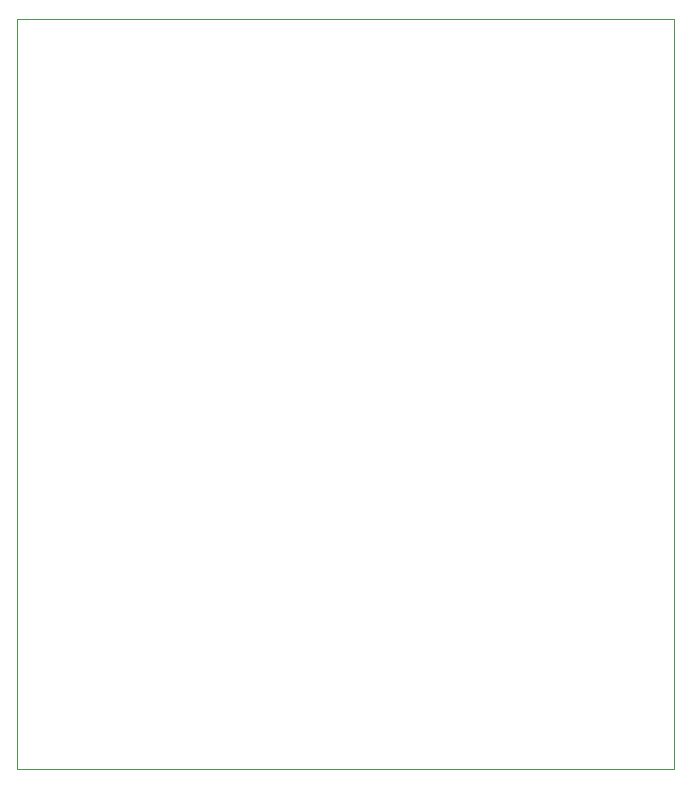
<source format=gbr>
%TF.GenerationSoftware,KiCad,Pcbnew,(5.1.6)-1*%
%TF.CreationDate,2021-02-04T11:12:43-05:00*%
%TF.ProjectId,DMB Wemos D1 Breakout,444d4220-5765-46d6-9f73-204431204272,rev?*%
%TF.SameCoordinates,Original*%
%TF.FileFunction,Profile,NP*%
%FSLAX46Y46*%
G04 Gerber Fmt 4.6, Leading zero omitted, Abs format (unit mm)*
G04 Created by KiCad (PCBNEW (5.1.6)-1) date 2021-02-04 11:12:43*
%MOMM*%
%LPD*%
G01*
G04 APERTURE LIST*
%TA.AperFunction,Profile*%
%ADD10C,0.050000*%
%TD*%
G04 APERTURE END LIST*
D10*
X208534000Y-142494000D02*
X209550000Y-142494000D01*
X208534000Y-78994000D02*
X208534000Y-142494000D01*
X209550000Y-78994000D02*
X208534000Y-78994000D01*
X209550000Y-142494000D02*
X264160000Y-142494000D01*
X210820000Y-78994000D02*
X209550000Y-78994000D01*
X264160000Y-78994000D02*
X210820000Y-78994000D01*
X264160000Y-142494000D02*
X264160000Y-78994000D01*
M02*

</source>
